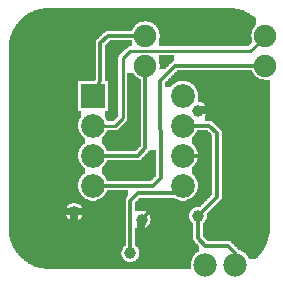
<source format=gbl>
G04 MADE WITH FRITZING*
G04 WWW.FRITZING.ORG*
G04 DOUBLE SIDED*
G04 HOLES PLATED*
G04 CONTOUR ON CENTER OF CONTOUR VECTOR*
%ASAXBY*%
%FSLAX23Y23*%
%MOIN*%
%OFA0B0*%
%SFA1.0B1.0*%
%ADD10C,0.075000*%
%ADD11C,0.039370*%
%ADD12C,0.079370*%
%ADD13C,0.078000*%
%ADD14R,0.079370X0.079370*%
%ADD15C,0.012000*%
%ADD16C,0.010000*%
%LNCOPPER0*%
G90*
G70*
G54D10*
X684Y947D03*
X823Y719D03*
G54D11*
X580Y301D03*
X767Y664D03*
G54D10*
X592Y814D03*
X992Y814D03*
G54D12*
X417Y714D03*
X717Y714D03*
X417Y614D03*
X717Y614D03*
X417Y514D03*
X717Y514D03*
X417Y414D03*
X717Y414D03*
G54D10*
X992Y914D03*
X592Y914D03*
G54D11*
X767Y314D03*
G54D13*
X892Y151D03*
X792Y151D03*
G54D11*
X542Y189D03*
X355Y326D03*
G54D14*
X417Y714D03*
G54D15*
X604Y327D02*
X730Y327D01*
D02*
X730Y327D02*
X792Y388D01*
D02*
X792Y388D02*
X792Y501D01*
D02*
X792Y501D02*
X779Y514D01*
D02*
X779Y514D02*
X742Y514D01*
D02*
X589Y311D02*
X604Y327D01*
D02*
X467Y513D02*
X567Y513D01*
D02*
X567Y513D02*
X592Y539D01*
D02*
X442Y513D02*
X467Y513D01*
D02*
X592Y539D02*
X592Y791D01*
G54D16*
D02*
X517Y839D02*
X542Y863D01*
D02*
X542Y863D02*
X941Y863D01*
D02*
X517Y639D02*
X517Y839D01*
D02*
X941Y863D02*
X976Y897D01*
D02*
X442Y613D02*
X492Y613D01*
G54D15*
D02*
X617Y413D02*
X442Y414D01*
D02*
X692Y813D02*
X642Y764D01*
D02*
X642Y764D02*
X643Y439D01*
D02*
X643Y439D02*
X617Y413D01*
D02*
X969Y814D02*
X692Y813D01*
D02*
X428Y736D02*
X442Y764D01*
D02*
X442Y764D02*
X442Y889D01*
D02*
X468Y913D02*
X569Y913D01*
D02*
X442Y889D02*
X468Y913D01*
G54D16*
D02*
X492Y613D02*
X517Y639D01*
G54D15*
D02*
X805Y614D02*
X830Y589D01*
D02*
X830Y376D02*
X777Y323D01*
D02*
X830Y589D02*
X830Y376D01*
D02*
X742Y614D02*
X805Y614D01*
D02*
X892Y189D02*
X892Y176D01*
D02*
X792Y213D02*
X868Y213D01*
D02*
X768Y239D02*
X792Y213D01*
D02*
X868Y213D02*
X892Y189D01*
D02*
X767Y300D02*
X768Y239D01*
D02*
X692Y389D02*
X699Y396D01*
D02*
X568Y389D02*
X692Y389D01*
D02*
X542Y364D02*
X568Y389D01*
D02*
X542Y202D02*
X542Y364D01*
G36*
X252Y1006D02*
X252Y1004D01*
X242Y1004D01*
X242Y1002D01*
X234Y1002D01*
X234Y1000D01*
X228Y1000D01*
X228Y998D01*
X222Y998D01*
X222Y996D01*
X218Y996D01*
X218Y994D01*
X214Y994D01*
X214Y992D01*
X208Y992D01*
X208Y990D01*
X206Y990D01*
X206Y988D01*
X202Y988D01*
X202Y986D01*
X198Y986D01*
X198Y984D01*
X196Y984D01*
X196Y982D01*
X192Y982D01*
X192Y980D01*
X190Y980D01*
X190Y978D01*
X188Y978D01*
X188Y976D01*
X184Y976D01*
X184Y974D01*
X182Y974D01*
X182Y972D01*
X180Y972D01*
X180Y970D01*
X178Y970D01*
X178Y968D01*
X176Y968D01*
X176Y966D01*
X174Y966D01*
X174Y964D01*
X172Y964D01*
X172Y962D01*
X598Y962D01*
X598Y960D01*
X606Y960D01*
X606Y958D01*
X612Y958D01*
X612Y956D01*
X616Y956D01*
X616Y954D01*
X618Y954D01*
X618Y952D01*
X622Y952D01*
X622Y950D01*
X624Y950D01*
X624Y948D01*
X626Y948D01*
X626Y946D01*
X628Y946D01*
X628Y944D01*
X630Y944D01*
X630Y940D01*
X632Y940D01*
X632Y938D01*
X634Y938D01*
X634Y934D01*
X636Y934D01*
X636Y928D01*
X638Y928D01*
X638Y920D01*
X640Y920D01*
X640Y906D01*
X638Y906D01*
X638Y898D01*
X636Y898D01*
X636Y878D01*
X936Y878D01*
X936Y880D01*
X938Y880D01*
X938Y882D01*
X940Y882D01*
X940Y884D01*
X942Y884D01*
X942Y886D01*
X944Y886D01*
X944Y888D01*
X946Y888D01*
X946Y908D01*
X944Y908D01*
X944Y918D01*
X946Y918D01*
X946Y928D01*
X948Y928D01*
X948Y934D01*
X950Y934D01*
X950Y936D01*
X952Y936D01*
X952Y940D01*
X954Y940D01*
X954Y942D01*
X956Y942D01*
X956Y946D01*
X958Y946D01*
X958Y948D01*
X960Y948D01*
X960Y950D01*
X962Y950D01*
X962Y972D01*
X958Y972D01*
X958Y974D01*
X956Y974D01*
X956Y976D01*
X954Y976D01*
X954Y978D01*
X952Y978D01*
X952Y980D01*
X948Y980D01*
X948Y982D01*
X946Y982D01*
X946Y984D01*
X942Y984D01*
X942Y986D01*
X940Y986D01*
X940Y988D01*
X936Y988D01*
X936Y990D01*
X932Y990D01*
X932Y992D01*
X928Y992D01*
X928Y994D01*
X924Y994D01*
X924Y996D01*
X920Y996D01*
X920Y998D01*
X914Y998D01*
X914Y1000D01*
X908Y1000D01*
X908Y1002D01*
X900Y1002D01*
X900Y1004D01*
X890Y1004D01*
X890Y1006D01*
X252Y1006D01*
G37*
D02*
G36*
X170Y962D02*
X170Y960D01*
X168Y960D01*
X168Y958D01*
X166Y958D01*
X166Y954D01*
X164Y954D01*
X164Y952D01*
X162Y952D01*
X162Y950D01*
X160Y950D01*
X160Y946D01*
X158Y946D01*
X158Y944D01*
X156Y944D01*
X156Y940D01*
X154Y940D01*
X154Y936D01*
X152Y936D01*
X152Y934D01*
X150Y934D01*
X150Y928D01*
X148Y928D01*
X148Y924D01*
X146Y924D01*
X146Y920D01*
X144Y920D01*
X144Y914D01*
X142Y914D01*
X142Y908D01*
X140Y908D01*
X140Y900D01*
X138Y900D01*
X138Y890D01*
X136Y890D01*
X136Y364D01*
X408Y364D01*
X408Y366D01*
X402Y366D01*
X402Y368D01*
X396Y368D01*
X396Y370D01*
X392Y370D01*
X392Y372D01*
X390Y372D01*
X390Y374D01*
X386Y374D01*
X386Y376D01*
X384Y376D01*
X384Y378D01*
X382Y378D01*
X382Y380D01*
X380Y380D01*
X380Y382D01*
X378Y382D01*
X378Y384D01*
X376Y384D01*
X376Y388D01*
X374Y388D01*
X374Y392D01*
X372Y392D01*
X372Y396D01*
X370Y396D01*
X370Y402D01*
X368Y402D01*
X368Y426D01*
X370Y426D01*
X370Y432D01*
X372Y432D01*
X372Y436D01*
X374Y436D01*
X374Y440D01*
X376Y440D01*
X376Y442D01*
X378Y442D01*
X378Y446D01*
X380Y446D01*
X380Y448D01*
X382Y448D01*
X382Y450D01*
X384Y450D01*
X384Y452D01*
X386Y452D01*
X386Y454D01*
X390Y454D01*
X390Y474D01*
X386Y474D01*
X386Y476D01*
X384Y476D01*
X384Y478D01*
X382Y478D01*
X382Y480D01*
X380Y480D01*
X380Y482D01*
X378Y482D01*
X378Y484D01*
X376Y484D01*
X376Y488D01*
X374Y488D01*
X374Y492D01*
X372Y492D01*
X372Y496D01*
X370Y496D01*
X370Y502D01*
X368Y502D01*
X368Y526D01*
X370Y526D01*
X370Y532D01*
X372Y532D01*
X372Y536D01*
X374Y536D01*
X374Y540D01*
X376Y540D01*
X376Y542D01*
X378Y542D01*
X378Y546D01*
X380Y546D01*
X380Y548D01*
X382Y548D01*
X382Y550D01*
X384Y550D01*
X384Y552D01*
X386Y552D01*
X386Y554D01*
X390Y554D01*
X390Y574D01*
X386Y574D01*
X386Y576D01*
X384Y576D01*
X384Y578D01*
X382Y578D01*
X382Y580D01*
X380Y580D01*
X380Y582D01*
X378Y582D01*
X378Y584D01*
X376Y584D01*
X376Y588D01*
X374Y588D01*
X374Y592D01*
X372Y592D01*
X372Y596D01*
X370Y596D01*
X370Y602D01*
X368Y602D01*
X368Y626D01*
X370Y626D01*
X370Y632D01*
X372Y632D01*
X372Y636D01*
X374Y636D01*
X374Y640D01*
X376Y640D01*
X376Y642D01*
X378Y642D01*
X378Y664D01*
X368Y664D01*
X368Y764D01*
X424Y764D01*
X424Y766D01*
X426Y766D01*
X426Y894D01*
X428Y894D01*
X428Y898D01*
X430Y898D01*
X430Y900D01*
X432Y900D01*
X432Y902D01*
X434Y902D01*
X434Y904D01*
X436Y904D01*
X436Y906D01*
X438Y906D01*
X438Y908D01*
X440Y908D01*
X440Y910D01*
X442Y910D01*
X442Y912D01*
X444Y912D01*
X444Y914D01*
X446Y914D01*
X446Y916D01*
X448Y916D01*
X448Y918D01*
X450Y918D01*
X450Y920D01*
X452Y920D01*
X452Y922D01*
X454Y922D01*
X454Y924D01*
X456Y924D01*
X456Y926D01*
X460Y926D01*
X460Y928D01*
X464Y928D01*
X464Y930D01*
X548Y930D01*
X548Y934D01*
X550Y934D01*
X550Y936D01*
X552Y936D01*
X552Y940D01*
X554Y940D01*
X554Y942D01*
X556Y942D01*
X556Y946D01*
X558Y946D01*
X558Y948D01*
X560Y948D01*
X560Y950D01*
X562Y950D01*
X562Y952D01*
X566Y952D01*
X566Y954D01*
X568Y954D01*
X568Y956D01*
X572Y956D01*
X572Y958D01*
X578Y958D01*
X578Y960D01*
X588Y960D01*
X588Y962D01*
X170Y962D01*
G37*
D02*
G36*
X764Y598D02*
X764Y594D01*
X762Y594D01*
X762Y590D01*
X760Y590D01*
X760Y588D01*
X758Y588D01*
X758Y584D01*
X756Y584D01*
X756Y582D01*
X754Y582D01*
X754Y580D01*
X752Y580D01*
X752Y578D01*
X750Y578D01*
X750Y576D01*
X748Y576D01*
X748Y574D01*
X746Y574D01*
X746Y554D01*
X748Y554D01*
X748Y552D01*
X750Y552D01*
X750Y550D01*
X752Y550D01*
X752Y548D01*
X754Y548D01*
X754Y546D01*
X756Y546D01*
X756Y544D01*
X758Y544D01*
X758Y540D01*
X760Y540D01*
X760Y536D01*
X762Y536D01*
X762Y532D01*
X764Y532D01*
X764Y526D01*
X766Y526D01*
X766Y502D01*
X764Y502D01*
X764Y494D01*
X762Y494D01*
X762Y490D01*
X760Y490D01*
X760Y488D01*
X758Y488D01*
X758Y484D01*
X756Y484D01*
X756Y482D01*
X754Y482D01*
X754Y480D01*
X752Y480D01*
X752Y478D01*
X750Y478D01*
X750Y476D01*
X748Y476D01*
X748Y474D01*
X746Y474D01*
X746Y454D01*
X748Y454D01*
X748Y452D01*
X750Y452D01*
X750Y450D01*
X752Y450D01*
X752Y448D01*
X754Y448D01*
X754Y446D01*
X756Y446D01*
X756Y444D01*
X758Y444D01*
X758Y440D01*
X760Y440D01*
X760Y436D01*
X762Y436D01*
X762Y432D01*
X764Y432D01*
X764Y426D01*
X766Y426D01*
X766Y402D01*
X764Y402D01*
X764Y394D01*
X762Y394D01*
X762Y390D01*
X760Y390D01*
X760Y388D01*
X758Y388D01*
X758Y384D01*
X756Y384D01*
X756Y382D01*
X754Y382D01*
X754Y380D01*
X752Y380D01*
X752Y378D01*
X750Y378D01*
X750Y376D01*
X748Y376D01*
X748Y374D01*
X746Y374D01*
X746Y372D01*
X742Y372D01*
X742Y370D01*
X738Y370D01*
X738Y368D01*
X732Y368D01*
X732Y366D01*
X726Y366D01*
X726Y364D01*
X796Y364D01*
X796Y366D01*
X798Y366D01*
X798Y368D01*
X800Y368D01*
X800Y370D01*
X802Y370D01*
X802Y372D01*
X804Y372D01*
X804Y374D01*
X806Y374D01*
X806Y376D01*
X808Y376D01*
X808Y378D01*
X810Y378D01*
X810Y380D01*
X812Y380D01*
X812Y382D01*
X814Y382D01*
X814Y584D01*
X812Y584D01*
X812Y586D01*
X810Y586D01*
X810Y588D01*
X808Y588D01*
X808Y590D01*
X806Y590D01*
X806Y592D01*
X804Y592D01*
X804Y594D01*
X802Y594D01*
X802Y596D01*
X800Y596D01*
X800Y598D01*
X764Y598D01*
G37*
D02*
G36*
X464Y398D02*
X464Y394D01*
X462Y394D01*
X462Y390D01*
X460Y390D01*
X460Y388D01*
X458Y388D01*
X458Y384D01*
X456Y384D01*
X456Y382D01*
X454Y382D01*
X454Y380D01*
X452Y380D01*
X452Y378D01*
X450Y378D01*
X450Y376D01*
X448Y376D01*
X448Y374D01*
X446Y374D01*
X446Y372D01*
X442Y372D01*
X442Y370D01*
X438Y370D01*
X438Y368D01*
X432Y368D01*
X432Y366D01*
X426Y366D01*
X426Y364D01*
X526Y364D01*
X526Y370D01*
X528Y370D01*
X528Y374D01*
X530Y374D01*
X530Y376D01*
X532Y376D01*
X532Y378D01*
X534Y378D01*
X534Y398D01*
X464Y398D01*
G37*
D02*
G36*
X572Y372D02*
X572Y370D01*
X570Y370D01*
X570Y368D01*
X568Y368D01*
X568Y366D01*
X566Y366D01*
X566Y364D01*
X708Y364D01*
X708Y366D01*
X702Y366D01*
X702Y368D01*
X696Y368D01*
X696Y370D01*
X692Y370D01*
X692Y372D01*
X572Y372D01*
G37*
D02*
G36*
X136Y364D02*
X136Y362D01*
X526Y362D01*
X526Y364D01*
X136Y364D01*
G37*
D02*
G36*
X136Y364D02*
X136Y362D01*
X526Y362D01*
X526Y364D01*
X136Y364D01*
G37*
D02*
G36*
X564Y364D02*
X564Y362D01*
X794Y362D01*
X794Y364D01*
X564Y364D01*
G37*
D02*
G36*
X564Y364D02*
X564Y362D01*
X794Y362D01*
X794Y364D01*
X564Y364D01*
G37*
D02*
G36*
X136Y362D02*
X136Y356D01*
X362Y356D01*
X362Y354D01*
X368Y354D01*
X368Y352D01*
X370Y352D01*
X370Y350D01*
X374Y350D01*
X374Y348D01*
X376Y348D01*
X376Y346D01*
X378Y346D01*
X378Y344D01*
X380Y344D01*
X380Y340D01*
X382Y340D01*
X382Y334D01*
X384Y334D01*
X384Y318D01*
X382Y318D01*
X382Y312D01*
X380Y312D01*
X380Y310D01*
X378Y310D01*
X378Y308D01*
X376Y308D01*
X376Y304D01*
X372Y304D01*
X372Y302D01*
X370Y302D01*
X370Y300D01*
X366Y300D01*
X366Y298D01*
X358Y298D01*
X358Y296D01*
X526Y296D01*
X526Y362D01*
X136Y362D01*
G37*
D02*
G36*
X562Y362D02*
X562Y360D01*
X560Y360D01*
X560Y358D01*
X558Y358D01*
X558Y330D01*
X590Y330D01*
X590Y328D01*
X594Y328D01*
X594Y326D01*
X598Y326D01*
X598Y324D01*
X600Y324D01*
X600Y322D01*
X602Y322D01*
X602Y320D01*
X604Y320D01*
X604Y316D01*
X606Y316D01*
X606Y312D01*
X608Y312D01*
X608Y304D01*
X610Y304D01*
X610Y298D01*
X608Y298D01*
X608Y290D01*
X606Y290D01*
X606Y286D01*
X604Y286D01*
X604Y284D01*
X602Y284D01*
X602Y280D01*
X598Y280D01*
X598Y278D01*
X596Y278D01*
X596Y276D01*
X594Y276D01*
X594Y274D01*
X588Y274D01*
X588Y272D01*
X558Y272D01*
X558Y214D01*
X560Y214D01*
X560Y212D01*
X562Y212D01*
X562Y210D01*
X564Y210D01*
X564Y208D01*
X566Y208D01*
X566Y204D01*
X568Y204D01*
X568Y202D01*
X570Y202D01*
X570Y196D01*
X572Y196D01*
X572Y182D01*
X570Y182D01*
X570Y176D01*
X568Y176D01*
X568Y172D01*
X566Y172D01*
X566Y170D01*
X564Y170D01*
X564Y168D01*
X562Y168D01*
X562Y166D01*
X560Y166D01*
X560Y164D01*
X556Y164D01*
X556Y162D01*
X552Y162D01*
X552Y160D01*
X744Y160D01*
X744Y164D01*
X746Y164D01*
X746Y170D01*
X748Y170D01*
X748Y174D01*
X750Y174D01*
X750Y178D01*
X752Y178D01*
X752Y180D01*
X754Y180D01*
X754Y182D01*
X756Y182D01*
X756Y186D01*
X758Y186D01*
X758Y188D01*
X762Y188D01*
X762Y190D01*
X764Y190D01*
X764Y192D01*
X766Y192D01*
X766Y194D01*
X770Y194D01*
X770Y214D01*
X768Y214D01*
X768Y216D01*
X766Y216D01*
X766Y218D01*
X764Y218D01*
X764Y220D01*
X762Y220D01*
X762Y222D01*
X760Y222D01*
X760Y224D01*
X758Y224D01*
X758Y226D01*
X756Y226D01*
X756Y230D01*
X754Y230D01*
X754Y232D01*
X752Y232D01*
X752Y290D01*
X748Y290D01*
X748Y292D01*
X746Y292D01*
X746Y294D01*
X744Y294D01*
X744Y296D01*
X742Y296D01*
X742Y300D01*
X740Y300D01*
X740Y304D01*
X738Y304D01*
X738Y322D01*
X740Y322D01*
X740Y328D01*
X742Y328D01*
X742Y330D01*
X744Y330D01*
X744Y334D01*
X746Y334D01*
X746Y336D01*
X748Y336D01*
X748Y338D01*
X752Y338D01*
X752Y340D01*
X756Y340D01*
X756Y342D01*
X762Y342D01*
X762Y344D01*
X776Y344D01*
X776Y346D01*
X778Y346D01*
X778Y348D01*
X780Y348D01*
X780Y350D01*
X782Y350D01*
X782Y352D01*
X784Y352D01*
X784Y354D01*
X786Y354D01*
X786Y356D01*
X788Y356D01*
X788Y358D01*
X790Y358D01*
X790Y360D01*
X792Y360D01*
X792Y362D01*
X562Y362D01*
G37*
D02*
G36*
X136Y356D02*
X136Y296D01*
X352Y296D01*
X352Y298D01*
X344Y298D01*
X344Y300D01*
X340Y300D01*
X340Y302D01*
X336Y302D01*
X336Y304D01*
X334Y304D01*
X334Y306D01*
X332Y306D01*
X332Y308D01*
X330Y308D01*
X330Y312D01*
X328Y312D01*
X328Y316D01*
X326Y316D01*
X326Y336D01*
X328Y336D01*
X328Y340D01*
X330Y340D01*
X330Y344D01*
X332Y344D01*
X332Y346D01*
X334Y346D01*
X334Y348D01*
X336Y348D01*
X336Y350D01*
X338Y350D01*
X338Y352D01*
X342Y352D01*
X342Y354D01*
X348Y354D01*
X348Y356D01*
X136Y356D01*
G37*
D02*
G36*
X136Y296D02*
X136Y294D01*
X526Y294D01*
X526Y296D01*
X136Y296D01*
G37*
D02*
G36*
X136Y296D02*
X136Y294D01*
X526Y294D01*
X526Y296D01*
X136Y296D01*
G37*
D02*
G36*
X136Y294D02*
X136Y252D01*
X138Y252D01*
X138Y242D01*
X140Y242D01*
X140Y234D01*
X142Y234D01*
X142Y228D01*
X144Y228D01*
X144Y222D01*
X146Y222D01*
X146Y218D01*
X148Y218D01*
X148Y214D01*
X150Y214D01*
X150Y210D01*
X152Y210D01*
X152Y206D01*
X154Y206D01*
X154Y202D01*
X156Y202D01*
X156Y200D01*
X158Y200D01*
X158Y196D01*
X160Y196D01*
X160Y194D01*
X162Y194D01*
X162Y190D01*
X164Y190D01*
X164Y188D01*
X166Y188D01*
X166Y186D01*
X168Y186D01*
X168Y184D01*
X170Y184D01*
X170Y180D01*
X172Y180D01*
X172Y178D01*
X174Y178D01*
X174Y176D01*
X176Y176D01*
X176Y174D01*
X178Y174D01*
X178Y172D01*
X180Y172D01*
X180Y170D01*
X184Y170D01*
X184Y168D01*
X186Y168D01*
X186Y166D01*
X188Y166D01*
X188Y164D01*
X190Y164D01*
X190Y162D01*
X194Y162D01*
X194Y160D01*
X532Y160D01*
X532Y162D01*
X528Y162D01*
X528Y164D01*
X524Y164D01*
X524Y166D01*
X522Y166D01*
X522Y168D01*
X520Y168D01*
X520Y170D01*
X518Y170D01*
X518Y174D01*
X516Y174D01*
X516Y176D01*
X514Y176D01*
X514Y184D01*
X512Y184D01*
X512Y194D01*
X514Y194D01*
X514Y200D01*
X516Y200D01*
X516Y204D01*
X518Y204D01*
X518Y208D01*
X520Y208D01*
X520Y210D01*
X522Y210D01*
X522Y212D01*
X526Y212D01*
X526Y294D01*
X136Y294D01*
G37*
D02*
G36*
X196Y160D02*
X196Y158D01*
X744Y158D01*
X744Y160D01*
X196Y160D01*
G37*
D02*
G36*
X196Y160D02*
X196Y158D01*
X744Y158D01*
X744Y160D01*
X196Y160D01*
G37*
D02*
G36*
X200Y158D02*
X200Y156D01*
X202Y156D01*
X202Y154D01*
X206Y154D01*
X206Y152D01*
X210Y152D01*
X210Y150D01*
X214Y150D01*
X214Y148D01*
X218Y148D01*
X218Y146D01*
X222Y146D01*
X222Y144D01*
X228Y144D01*
X228Y142D01*
X234Y142D01*
X234Y140D01*
X242Y140D01*
X242Y138D01*
X254Y138D01*
X254Y136D01*
X744Y136D01*
X744Y158D01*
X200Y158D01*
G37*
D02*
G36*
X474Y898D02*
X474Y896D01*
X472Y896D01*
X472Y894D01*
X470Y894D01*
X470Y892D01*
X468Y892D01*
X468Y890D01*
X466Y890D01*
X466Y888D01*
X464Y888D01*
X464Y886D01*
X462Y886D01*
X462Y884D01*
X460Y884D01*
X460Y882D01*
X458Y882D01*
X458Y764D01*
X466Y764D01*
X466Y664D01*
X456Y664D01*
X456Y644D01*
X458Y644D01*
X458Y640D01*
X460Y640D01*
X460Y636D01*
X462Y636D01*
X462Y632D01*
X464Y632D01*
X464Y628D01*
X486Y628D01*
X486Y630D01*
X488Y630D01*
X488Y632D01*
X490Y632D01*
X490Y634D01*
X492Y634D01*
X492Y636D01*
X494Y636D01*
X494Y638D01*
X496Y638D01*
X496Y640D01*
X498Y640D01*
X498Y642D01*
X500Y642D01*
X500Y644D01*
X502Y644D01*
X502Y842D01*
X504Y842D01*
X504Y848D01*
X506Y848D01*
X506Y850D01*
X508Y850D01*
X508Y852D01*
X510Y852D01*
X510Y854D01*
X512Y854D01*
X512Y856D01*
X514Y856D01*
X514Y858D01*
X516Y858D01*
X516Y860D01*
X518Y860D01*
X518Y862D01*
X520Y862D01*
X520Y864D01*
X522Y864D01*
X522Y866D01*
X524Y866D01*
X524Y868D01*
X528Y868D01*
X528Y870D01*
X530Y870D01*
X530Y872D01*
X532Y872D01*
X532Y874D01*
X534Y874D01*
X534Y876D01*
X538Y876D01*
X538Y878D01*
X548Y878D01*
X548Y898D01*
X474Y898D01*
G37*
D02*
G36*
X636Y848D02*
X636Y828D01*
X638Y828D01*
X638Y820D01*
X640Y820D01*
X640Y806D01*
X638Y806D01*
X638Y802D01*
X658Y802D01*
X658Y804D01*
X660Y804D01*
X660Y806D01*
X662Y806D01*
X662Y808D01*
X664Y808D01*
X664Y810D01*
X666Y810D01*
X666Y812D01*
X668Y812D01*
X668Y814D01*
X670Y814D01*
X670Y816D01*
X672Y816D01*
X672Y818D01*
X674Y818D01*
X674Y820D01*
X676Y820D01*
X676Y822D01*
X678Y822D01*
X678Y824D01*
X682Y824D01*
X682Y826D01*
X684Y826D01*
X684Y828D01*
X688Y828D01*
X688Y848D01*
X636Y848D01*
G37*
D02*
G36*
X698Y798D02*
X698Y796D01*
X696Y796D01*
X696Y794D01*
X694Y794D01*
X694Y792D01*
X692Y792D01*
X692Y790D01*
X690Y790D01*
X690Y788D01*
X688Y788D01*
X688Y786D01*
X686Y786D01*
X686Y784D01*
X684Y784D01*
X684Y782D01*
X682Y782D01*
X682Y780D01*
X680Y780D01*
X680Y778D01*
X678Y778D01*
X678Y776D01*
X676Y776D01*
X676Y774D01*
X674Y774D01*
X674Y772D01*
X672Y772D01*
X672Y770D01*
X670Y770D01*
X670Y768D01*
X668Y768D01*
X668Y766D01*
X666Y766D01*
X666Y764D01*
X724Y764D01*
X724Y762D01*
X732Y762D01*
X732Y760D01*
X738Y760D01*
X738Y758D01*
X742Y758D01*
X742Y756D01*
X744Y756D01*
X744Y754D01*
X748Y754D01*
X748Y752D01*
X750Y752D01*
X750Y750D01*
X752Y750D01*
X752Y748D01*
X754Y748D01*
X754Y746D01*
X756Y746D01*
X756Y744D01*
X758Y744D01*
X758Y740D01*
X760Y740D01*
X760Y736D01*
X762Y736D01*
X762Y732D01*
X764Y732D01*
X764Y726D01*
X766Y726D01*
X766Y694D01*
X772Y694D01*
X772Y692D01*
X780Y692D01*
X780Y690D01*
X782Y690D01*
X782Y688D01*
X786Y688D01*
X786Y686D01*
X788Y686D01*
X788Y684D01*
X790Y684D01*
X790Y682D01*
X792Y682D01*
X792Y678D01*
X794Y678D01*
X794Y674D01*
X796Y674D01*
X796Y654D01*
X794Y654D01*
X794Y650D01*
X792Y650D01*
X792Y630D01*
X812Y630D01*
X812Y628D01*
X814Y628D01*
X814Y626D01*
X816Y626D01*
X816Y624D01*
X818Y624D01*
X818Y622D01*
X820Y622D01*
X820Y620D01*
X822Y620D01*
X822Y618D01*
X824Y618D01*
X824Y616D01*
X826Y616D01*
X826Y614D01*
X828Y614D01*
X828Y612D01*
X830Y612D01*
X830Y610D01*
X832Y610D01*
X832Y608D01*
X834Y608D01*
X834Y606D01*
X836Y606D01*
X836Y604D01*
X838Y604D01*
X838Y602D01*
X840Y602D01*
X840Y600D01*
X842Y600D01*
X842Y598D01*
X844Y598D01*
X844Y596D01*
X846Y596D01*
X846Y370D01*
X844Y370D01*
X844Y366D01*
X842Y366D01*
X842Y364D01*
X840Y364D01*
X840Y362D01*
X838Y362D01*
X838Y360D01*
X836Y360D01*
X836Y358D01*
X834Y358D01*
X834Y356D01*
X832Y356D01*
X832Y354D01*
X830Y354D01*
X830Y352D01*
X828Y352D01*
X828Y350D01*
X826Y350D01*
X826Y348D01*
X824Y348D01*
X824Y346D01*
X822Y346D01*
X822Y344D01*
X820Y344D01*
X820Y342D01*
X818Y342D01*
X818Y340D01*
X816Y340D01*
X816Y338D01*
X814Y338D01*
X814Y336D01*
X812Y336D01*
X812Y334D01*
X810Y334D01*
X810Y332D01*
X808Y332D01*
X808Y330D01*
X806Y330D01*
X806Y328D01*
X804Y328D01*
X804Y326D01*
X802Y326D01*
X802Y324D01*
X800Y324D01*
X800Y322D01*
X798Y322D01*
X798Y320D01*
X796Y320D01*
X796Y304D01*
X794Y304D01*
X794Y300D01*
X792Y300D01*
X792Y296D01*
X790Y296D01*
X790Y294D01*
X788Y294D01*
X788Y292D01*
X786Y292D01*
X786Y290D01*
X784Y290D01*
X784Y244D01*
X786Y244D01*
X786Y242D01*
X788Y242D01*
X788Y240D01*
X790Y240D01*
X790Y238D01*
X792Y238D01*
X792Y236D01*
X794Y236D01*
X794Y234D01*
X796Y234D01*
X796Y232D01*
X798Y232D01*
X798Y230D01*
X870Y230D01*
X870Y228D01*
X876Y228D01*
X876Y226D01*
X878Y226D01*
X878Y224D01*
X880Y224D01*
X880Y222D01*
X882Y222D01*
X882Y220D01*
X884Y220D01*
X884Y218D01*
X886Y218D01*
X886Y216D01*
X888Y216D01*
X888Y214D01*
X890Y214D01*
X890Y212D01*
X892Y212D01*
X892Y210D01*
X894Y210D01*
X894Y208D01*
X896Y208D01*
X896Y206D01*
X898Y206D01*
X898Y204D01*
X900Y204D01*
X900Y202D01*
X902Y202D01*
X902Y200D01*
X904Y200D01*
X904Y198D01*
X910Y198D01*
X910Y196D01*
X914Y196D01*
X914Y194D01*
X918Y194D01*
X918Y192D01*
X920Y192D01*
X920Y190D01*
X924Y190D01*
X924Y188D01*
X926Y188D01*
X926Y186D01*
X928Y186D01*
X928Y184D01*
X930Y184D01*
X930Y180D01*
X932Y180D01*
X932Y178D01*
X934Y178D01*
X934Y174D01*
X936Y174D01*
X936Y170D01*
X938Y170D01*
X938Y168D01*
X958Y168D01*
X958Y170D01*
X960Y170D01*
X960Y172D01*
X964Y172D01*
X964Y174D01*
X966Y174D01*
X966Y176D01*
X968Y176D01*
X968Y178D01*
X970Y178D01*
X970Y182D01*
X972Y182D01*
X972Y184D01*
X974Y184D01*
X974Y186D01*
X976Y186D01*
X976Y188D01*
X978Y188D01*
X978Y190D01*
X980Y190D01*
X980Y194D01*
X982Y194D01*
X982Y196D01*
X984Y196D01*
X984Y200D01*
X986Y200D01*
X986Y202D01*
X988Y202D01*
X988Y206D01*
X990Y206D01*
X990Y210D01*
X992Y210D01*
X992Y214D01*
X994Y214D01*
X994Y218D01*
X996Y218D01*
X996Y224D01*
X998Y224D01*
X998Y228D01*
X1000Y228D01*
X1000Y234D01*
X1002Y234D01*
X1002Y242D01*
X1004Y242D01*
X1004Y254D01*
X1006Y254D01*
X1006Y766D01*
X986Y766D01*
X986Y768D01*
X978Y768D01*
X978Y770D01*
X972Y770D01*
X972Y772D01*
X968Y772D01*
X968Y774D01*
X966Y774D01*
X966Y776D01*
X962Y776D01*
X962Y778D01*
X960Y778D01*
X960Y780D01*
X958Y780D01*
X958Y782D01*
X956Y782D01*
X956Y784D01*
X954Y784D01*
X954Y788D01*
X952Y788D01*
X952Y790D01*
X950Y790D01*
X950Y794D01*
X948Y794D01*
X948Y798D01*
X698Y798D01*
G37*
D02*
G36*
X664Y764D02*
X664Y762D01*
X662Y762D01*
X662Y760D01*
X660Y760D01*
X660Y758D01*
X658Y758D01*
X658Y742D01*
X678Y742D01*
X678Y746D01*
X680Y746D01*
X680Y748D01*
X682Y748D01*
X682Y750D01*
X684Y750D01*
X684Y752D01*
X686Y752D01*
X686Y754D01*
X690Y754D01*
X690Y756D01*
X694Y756D01*
X694Y758D01*
X696Y758D01*
X696Y760D01*
X702Y760D01*
X702Y762D01*
X710Y762D01*
X710Y764D01*
X664Y764D01*
G37*
D02*
G36*
X532Y790D02*
X532Y632D01*
X530Y632D01*
X530Y630D01*
X528Y630D01*
X528Y628D01*
X526Y628D01*
X526Y626D01*
X524Y626D01*
X524Y624D01*
X522Y624D01*
X522Y622D01*
X520Y622D01*
X520Y620D01*
X518Y620D01*
X518Y618D01*
X516Y618D01*
X516Y616D01*
X514Y616D01*
X514Y614D01*
X512Y614D01*
X512Y612D01*
X510Y612D01*
X510Y610D01*
X508Y610D01*
X508Y608D01*
X506Y608D01*
X506Y606D01*
X504Y606D01*
X504Y604D01*
X502Y604D01*
X502Y602D01*
X500Y602D01*
X500Y600D01*
X496Y600D01*
X496Y598D01*
X464Y598D01*
X464Y594D01*
X462Y594D01*
X462Y590D01*
X460Y590D01*
X460Y588D01*
X458Y588D01*
X458Y584D01*
X456Y584D01*
X456Y582D01*
X454Y582D01*
X454Y580D01*
X452Y580D01*
X452Y578D01*
X450Y578D01*
X450Y576D01*
X448Y576D01*
X448Y574D01*
X446Y574D01*
X446Y554D01*
X448Y554D01*
X448Y552D01*
X450Y552D01*
X450Y550D01*
X452Y550D01*
X452Y548D01*
X454Y548D01*
X454Y546D01*
X456Y546D01*
X456Y544D01*
X458Y544D01*
X458Y540D01*
X460Y540D01*
X460Y536D01*
X462Y536D01*
X462Y532D01*
X464Y532D01*
X464Y530D01*
X562Y530D01*
X562Y532D01*
X564Y532D01*
X564Y534D01*
X566Y534D01*
X566Y536D01*
X568Y536D01*
X568Y538D01*
X570Y538D01*
X570Y540D01*
X572Y540D01*
X572Y542D01*
X574Y542D01*
X574Y544D01*
X576Y544D01*
X576Y770D01*
X572Y770D01*
X572Y772D01*
X568Y772D01*
X568Y774D01*
X566Y774D01*
X566Y776D01*
X562Y776D01*
X562Y778D01*
X560Y778D01*
X560Y780D01*
X558Y780D01*
X558Y782D01*
X556Y782D01*
X556Y784D01*
X554Y784D01*
X554Y788D01*
X552Y788D01*
X552Y790D01*
X532Y790D01*
G37*
D02*
G36*
X606Y532D02*
X606Y530D01*
X604Y530D01*
X604Y528D01*
X602Y528D01*
X602Y526D01*
X600Y526D01*
X600Y524D01*
X598Y524D01*
X598Y522D01*
X596Y522D01*
X596Y520D01*
X594Y520D01*
X594Y518D01*
X592Y518D01*
X592Y516D01*
X590Y516D01*
X590Y514D01*
X588Y514D01*
X588Y512D01*
X586Y512D01*
X586Y510D01*
X584Y510D01*
X584Y508D01*
X582Y508D01*
X582Y506D01*
X580Y506D01*
X580Y504D01*
X578Y504D01*
X578Y502D01*
X576Y502D01*
X576Y500D01*
X574Y500D01*
X574Y498D01*
X464Y498D01*
X464Y494D01*
X462Y494D01*
X462Y490D01*
X460Y490D01*
X460Y488D01*
X458Y488D01*
X458Y484D01*
X456Y484D01*
X456Y482D01*
X454Y482D01*
X454Y480D01*
X452Y480D01*
X452Y478D01*
X450Y478D01*
X450Y476D01*
X448Y476D01*
X448Y474D01*
X446Y474D01*
X446Y454D01*
X448Y454D01*
X448Y452D01*
X450Y452D01*
X450Y450D01*
X452Y450D01*
X452Y448D01*
X454Y448D01*
X454Y446D01*
X456Y446D01*
X456Y444D01*
X458Y444D01*
X458Y440D01*
X460Y440D01*
X460Y436D01*
X462Y436D01*
X462Y432D01*
X464Y432D01*
X464Y430D01*
X612Y430D01*
X612Y432D01*
X614Y432D01*
X614Y434D01*
X616Y434D01*
X616Y436D01*
X618Y436D01*
X618Y438D01*
X620Y438D01*
X620Y440D01*
X622Y440D01*
X622Y442D01*
X624Y442D01*
X624Y444D01*
X626Y444D01*
X626Y532D01*
X606Y532D01*
G37*
D02*
G36*
X341Y322D02*
X366Y322D01*
X366Y296D01*
X341Y296D01*
X341Y322D01*
G37*
D02*
G36*
X322Y341D02*
X346Y341D01*
X346Y316D01*
X322Y316D01*
X322Y341D01*
G37*
D02*
G36*
X360Y341D02*
X384Y341D01*
X384Y316D01*
X360Y316D01*
X360Y341D01*
G37*
D02*
G36*
X565Y298D02*
X590Y298D01*
X590Y272D01*
X565Y272D01*
X565Y298D01*
G37*
D02*
G36*
X770Y679D02*
X796Y679D01*
X796Y654D01*
X770Y654D01*
X770Y679D01*
G37*
D02*
G04 End of Copper0*
M02*
</source>
